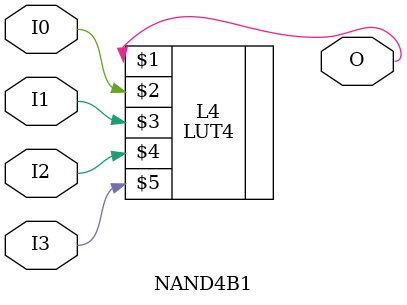
<source format=v>


`timescale  1 ps / 1 ps


module NAND4B1 (O, I0, I1, I2, I3);

    output O;

    input  I0, I1, I2, I3;

    LUT4 #(.INIT(16'hBFFF)) L4 (O, I0, I1, I2, I3);

endmodule

</source>
